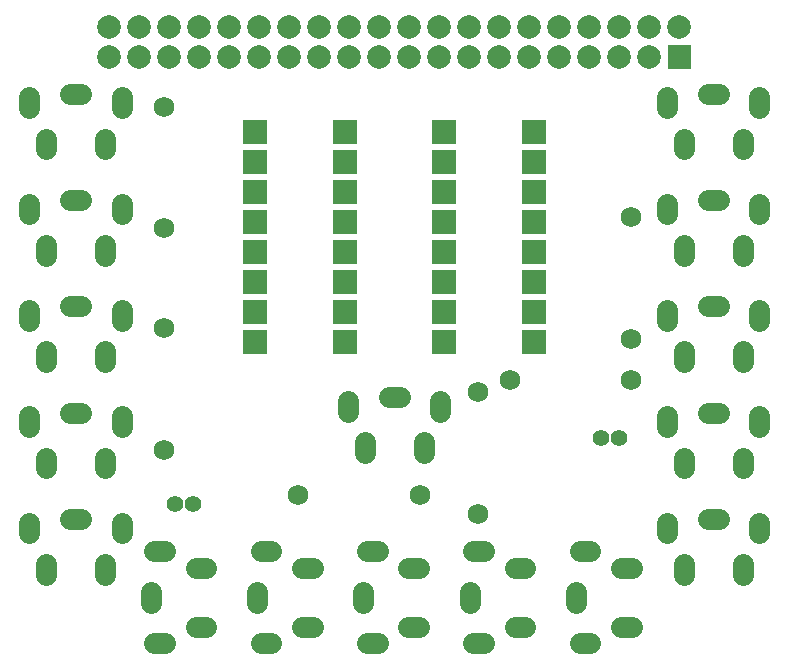
<source format=gts>
G04 Layer: TopSolderMaskLayer*
G04 EasyEDA v6.4.25, 2022-04-08T13:20:52--5:00*
G04 Gerber Generator version 0.2*
G04 Scale: 100 percent, Rotated: No, Reflected: No *
G04 Dimensions in millimeters *
G04 leading zeros omitted , absolute positions ,4 integer and 5 decimal *
%FSLAX45Y45*%
%MOMM*%

%ADD19C,1.8032*%
%ADD21C,1.4032*%
%ADD22C,1.7272*%
%ADD23C,2.0032*%

%LPD*%
D19*
X3205007Y-3357524D02*
G01*
X3295007Y-3357524D01*
X2860014Y-3477503D02*
G01*
X2860014Y-3387506D01*
X3000019Y-3737518D02*
G01*
X3000019Y-3827515D01*
X3500018Y-3737518D02*
G01*
X3500018Y-3827515D01*
X3639997Y-3387506D02*
G01*
X3639997Y-3477503D01*
X505012Y-787527D02*
G01*
X595012Y-787527D01*
X160020Y-907508D02*
G01*
X160020Y-817509D01*
X300024Y-1167521D02*
G01*
X300024Y-1257520D01*
X800023Y-1167521D02*
G01*
X800023Y-1257520D01*
X940003Y-817509D02*
G01*
X940003Y-907508D01*
X505012Y-1687525D02*
G01*
X595012Y-1687525D01*
X160020Y-1807507D02*
G01*
X160020Y-1717507D01*
X300024Y-2067519D02*
G01*
X300024Y-2157519D01*
X800023Y-2067519D02*
G01*
X800023Y-2157519D01*
X940003Y-1717507D02*
G01*
X940003Y-1807507D01*
X505012Y-2587523D02*
G01*
X595012Y-2587523D01*
X160020Y-2707505D02*
G01*
X160020Y-2617505D01*
X300024Y-2967517D02*
G01*
X300024Y-3057517D01*
X800023Y-2967517D02*
G01*
X800023Y-3057517D01*
X940003Y-2617505D02*
G01*
X940003Y-2707505D01*
X505012Y-3487521D02*
G01*
X595012Y-3487521D01*
X160020Y-3607503D02*
G01*
X160020Y-3517503D01*
X300024Y-3867515D02*
G01*
X300024Y-3957515D01*
X800023Y-3867515D02*
G01*
X800023Y-3957515D01*
X940003Y-3517503D02*
G01*
X940003Y-3607503D01*
X505012Y-4387519D02*
G01*
X595012Y-4387519D01*
X160020Y-4507501D02*
G01*
X160020Y-4417501D01*
X300024Y-4767513D02*
G01*
X300024Y-4857513D01*
X800023Y-4767513D02*
G01*
X800023Y-4857513D01*
X940003Y-4417501D02*
G01*
X940003Y-4507501D01*
X5905002Y-787527D02*
G01*
X5995001Y-787527D01*
X5560009Y-907508D02*
G01*
X5560009Y-817509D01*
X5700013Y-1167521D02*
G01*
X5700013Y-1257520D01*
X6200013Y-1167521D02*
G01*
X6200013Y-1257520D01*
X6339992Y-817509D02*
G01*
X6339992Y-907508D01*
X5905002Y-1687525D02*
G01*
X5995001Y-1687525D01*
X5560009Y-1807507D02*
G01*
X5560009Y-1717507D01*
X5700013Y-2067519D02*
G01*
X5700013Y-2157519D01*
X6200013Y-2067519D02*
G01*
X6200013Y-2157519D01*
X6339992Y-1717507D02*
G01*
X6339992Y-1807507D01*
X5905002Y-2587523D02*
G01*
X5995001Y-2587523D01*
X5560009Y-2707505D02*
G01*
X5560009Y-2617505D01*
X5700013Y-2967517D02*
G01*
X5700013Y-3057517D01*
X6200013Y-2967517D02*
G01*
X6200013Y-3057517D01*
X6339992Y-2617505D02*
G01*
X6339992Y-2707505D01*
X5905002Y-3487521D02*
G01*
X5995001Y-3487521D01*
X5560009Y-3607503D02*
G01*
X5560009Y-3517503D01*
X5700013Y-3867515D02*
G01*
X5700013Y-3957515D01*
X6200013Y-3867515D02*
G01*
X6200013Y-3957515D01*
X6339992Y-3517503D02*
G01*
X6339992Y-3607503D01*
X5905002Y-4387519D02*
G01*
X5995001Y-4387519D01*
X5560009Y-4507501D02*
G01*
X5560009Y-4417501D01*
X5700013Y-4767513D02*
G01*
X5700013Y-4857513D01*
X6200013Y-4767513D02*
G01*
X6200013Y-4857513D01*
X6339992Y-4417501D02*
G01*
X6339992Y-4507501D01*
X1187526Y-5095003D02*
G01*
X1187526Y-5005003D01*
X1307505Y-5439994D02*
G01*
X1217508Y-5439994D01*
X1567520Y-5299989D02*
G01*
X1657517Y-5299989D01*
X1567520Y-4799990D02*
G01*
X1657517Y-4799990D01*
X1217508Y-4660011D02*
G01*
X1307505Y-4660011D01*
X2087524Y-5095003D02*
G01*
X2087524Y-5005003D01*
X2207503Y-5439994D02*
G01*
X2117506Y-5439994D01*
X2467518Y-5299989D02*
G01*
X2557515Y-5299989D01*
X2467518Y-4799990D02*
G01*
X2557515Y-4799990D01*
X2117506Y-4660011D02*
G01*
X2207503Y-4660011D01*
X2987522Y-5095003D02*
G01*
X2987522Y-5005003D01*
X3107502Y-5439994D02*
G01*
X3017504Y-5439994D01*
X3367516Y-5299989D02*
G01*
X3457514Y-5299989D01*
X3367516Y-4799990D02*
G01*
X3457514Y-4799990D01*
X3017504Y-4660011D02*
G01*
X3107502Y-4660011D01*
X3887520Y-5095003D02*
G01*
X3887520Y-5005003D01*
X4007500Y-5439994D02*
G01*
X3917502Y-5439994D01*
X4267514Y-5299989D02*
G01*
X4357512Y-5299989D01*
X4267514Y-4799990D02*
G01*
X4357512Y-4799990D01*
X3917502Y-4660011D02*
G01*
X4007500Y-4660011D01*
X4787518Y-5095003D02*
G01*
X4787518Y-5005003D01*
X4907498Y-5439994D02*
G01*
X4817501Y-5439994D01*
X5167513Y-5299989D02*
G01*
X5257510Y-5299989D01*
X5167513Y-4799990D02*
G01*
X5257510Y-4799990D01*
X4817501Y-4660011D02*
G01*
X4907498Y-4660011D01*
G36*
X1968754Y-1211071D02*
G01*
X1968754Y-1010920D01*
X2169159Y-1010920D01*
X2169159Y-1211071D01*
G37*
G36*
X1968754Y-1465071D02*
G01*
X1968754Y-1264920D01*
X2169159Y-1264920D01*
X2169159Y-1465071D01*
G37*
G36*
X1968754Y-2227071D02*
G01*
X1968754Y-2026920D01*
X2169159Y-2026920D01*
X2169159Y-2227071D01*
G37*
G36*
X1968754Y-2481071D02*
G01*
X1968754Y-2280920D01*
X2169159Y-2280920D01*
X2169159Y-2481071D01*
G37*
G36*
X1968754Y-1719071D02*
G01*
X1968754Y-1518920D01*
X2169159Y-1518920D01*
X2169159Y-1719071D01*
G37*
G36*
X1968754Y-1973071D02*
G01*
X1968754Y-1772920D01*
X2169159Y-1772920D01*
X2169159Y-1973071D01*
G37*
G36*
X1968754Y-2735071D02*
G01*
X1968754Y-2534920D01*
X2169159Y-2534920D01*
X2169159Y-2735071D01*
G37*
G36*
X1968754Y-2989072D02*
G01*
X1968754Y-2788920D01*
X2169159Y-2788920D01*
X2169159Y-2989072D01*
G37*
G36*
X2730754Y-2989072D02*
G01*
X2730754Y-2788920D01*
X2931159Y-2788920D01*
X2931159Y-2989072D01*
G37*
G36*
X2730754Y-2735071D02*
G01*
X2730754Y-2534920D01*
X2931159Y-2534920D01*
X2931159Y-2735071D01*
G37*
G36*
X2730754Y-2481071D02*
G01*
X2730754Y-2280920D01*
X2931159Y-2280920D01*
X2931159Y-2481071D01*
G37*
G36*
X2730754Y-2227071D02*
G01*
X2730754Y-2026920D01*
X2931159Y-2026920D01*
X2931159Y-2227071D01*
G37*
G36*
X2730754Y-1973071D02*
G01*
X2730754Y-1772920D01*
X2931159Y-1772920D01*
X2931159Y-1973071D01*
G37*
G36*
X2730754Y-1719071D02*
G01*
X2730754Y-1518920D01*
X2931159Y-1518920D01*
X2931159Y-1719071D01*
G37*
G36*
X2730754Y-1465071D02*
G01*
X2730754Y-1264920D01*
X2931159Y-1264920D01*
X2931159Y-1465071D01*
G37*
G36*
X2730754Y-1211071D02*
G01*
X2730754Y-1010920D01*
X2931159Y-1010920D01*
X2931159Y-1211071D01*
G37*
G36*
X4330954Y-2989072D02*
G01*
X4330954Y-2788920D01*
X4531106Y-2788920D01*
X4531106Y-2989072D01*
G37*
G36*
X4330954Y-2735071D02*
G01*
X4330954Y-2534920D01*
X4531106Y-2534920D01*
X4531106Y-2735071D01*
G37*
G36*
X4330954Y-1973071D02*
G01*
X4330954Y-1772920D01*
X4531106Y-1772920D01*
X4531106Y-1973071D01*
G37*
G36*
X4330954Y-1719071D02*
G01*
X4330954Y-1518920D01*
X4531106Y-1518920D01*
X4531106Y-1719071D01*
G37*
G36*
X4330954Y-2481071D02*
G01*
X4330954Y-2280920D01*
X4531106Y-2280920D01*
X4531106Y-2481071D01*
G37*
G36*
X4330954Y-2227071D02*
G01*
X4330954Y-2026920D01*
X4531106Y-2026920D01*
X4531106Y-2227071D01*
G37*
G36*
X4330954Y-1465071D02*
G01*
X4330954Y-1264920D01*
X4531106Y-1264920D01*
X4531106Y-1465071D01*
G37*
G36*
X4330954Y-1211071D02*
G01*
X4330954Y-1010920D01*
X4531106Y-1010920D01*
X4531106Y-1211071D01*
G37*
G36*
X3568954Y-1211071D02*
G01*
X3568954Y-1010920D01*
X3769106Y-1010920D01*
X3769106Y-1211071D01*
G37*
G36*
X3568954Y-1465071D02*
G01*
X3568954Y-1264920D01*
X3769106Y-1264920D01*
X3769106Y-1465071D01*
G37*
G36*
X3568954Y-1719071D02*
G01*
X3568954Y-1518920D01*
X3769106Y-1518920D01*
X3769106Y-1719071D01*
G37*
G36*
X3568954Y-1973071D02*
G01*
X3568954Y-1772920D01*
X3769106Y-1772920D01*
X3769106Y-1973071D01*
G37*
G36*
X3568954Y-2227071D02*
G01*
X3568954Y-2026920D01*
X3769106Y-2026920D01*
X3769106Y-2227071D01*
G37*
G36*
X3568954Y-2481071D02*
G01*
X3568954Y-2280920D01*
X3769106Y-2280920D01*
X3769106Y-2481071D01*
G37*
G36*
X3568954Y-2735071D02*
G01*
X3568954Y-2534920D01*
X3769106Y-2534920D01*
X3769106Y-2735071D01*
G37*
G36*
X3568954Y-2989072D02*
G01*
X3568954Y-2788920D01*
X3769106Y-2788920D01*
X3769106Y-2989072D01*
G37*
D21*
G01*
X4999939Y-3699992D03*
G01*
X5150053Y-3699992D03*
D22*
G01*
X1299997Y-1926996D03*
G01*
X1299997Y-896975D03*
G01*
X5253990Y-2861005D03*
G01*
X5253990Y-1830984D03*
G01*
X4224985Y-3210001D03*
G01*
X5255006Y-3210001D03*
G01*
X1299997Y-3799001D03*
G01*
X1299997Y-2768980D03*
D21*
G01*
X1394942Y-4261993D03*
G01*
X1545056Y-4261993D03*
D22*
G01*
X3960012Y-4345025D03*
G01*
X3960012Y-3314979D03*
G01*
X2434996Y-4180001D03*
G01*
X3465017Y-4180001D03*
G36*
X5562854Y-577087D02*
G01*
X5562854Y-376936D01*
X5763259Y-376936D01*
X5763259Y-577087D01*
G37*
D23*
G01*
X5663006Y-223012D03*
G01*
X5409006Y-477012D03*
G01*
X5409006Y-223012D03*
G01*
X5155006Y-477012D03*
G01*
X5155006Y-223012D03*
G01*
X4901006Y-477012D03*
G01*
X4901006Y-223012D03*
G01*
X4647006Y-477012D03*
G01*
X4647006Y-223012D03*
G01*
X4393006Y-477012D03*
G01*
X4393006Y-223012D03*
G01*
X4139006Y-477012D03*
G01*
X4139006Y-223012D03*
G01*
X3885006Y-477012D03*
G01*
X3885006Y-223012D03*
G01*
X3631006Y-477012D03*
G01*
X3631006Y-223012D03*
G01*
X3377006Y-477012D03*
G01*
X3377006Y-223012D03*
G01*
X3123006Y-477012D03*
G01*
X3123006Y-223012D03*
G01*
X2869006Y-477012D03*
G01*
X2869006Y-223012D03*
G01*
X2615006Y-477012D03*
G01*
X2615006Y-223012D03*
G01*
X2361006Y-477012D03*
G01*
X2361006Y-223012D03*
G01*
X2107006Y-477012D03*
G01*
X2107006Y-223012D03*
G01*
X1853006Y-477012D03*
G01*
X1853006Y-223012D03*
G01*
X1599006Y-477012D03*
G01*
X1599006Y-223012D03*
G01*
X1345006Y-477012D03*
G01*
X1345006Y-223012D03*
G01*
X1091006Y-477012D03*
G01*
X1091006Y-223012D03*
G01*
X837006Y-477012D03*
G01*
X837006Y-223012D03*
M02*

</source>
